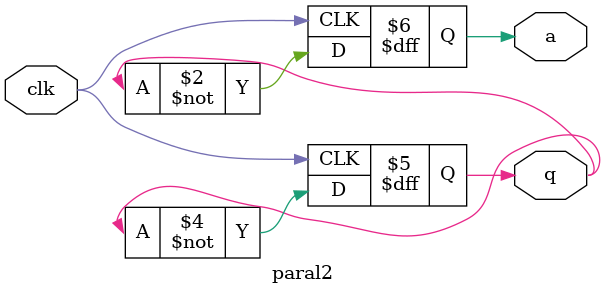
<source format=v>
module paral2(q,a,clk);
output q,a;
input clk;
reg q,a;

always @(posedge clk)
begin
a=~q;
end

always @(posedge clk)
begin
q=~q;
end
endmodule

</source>
